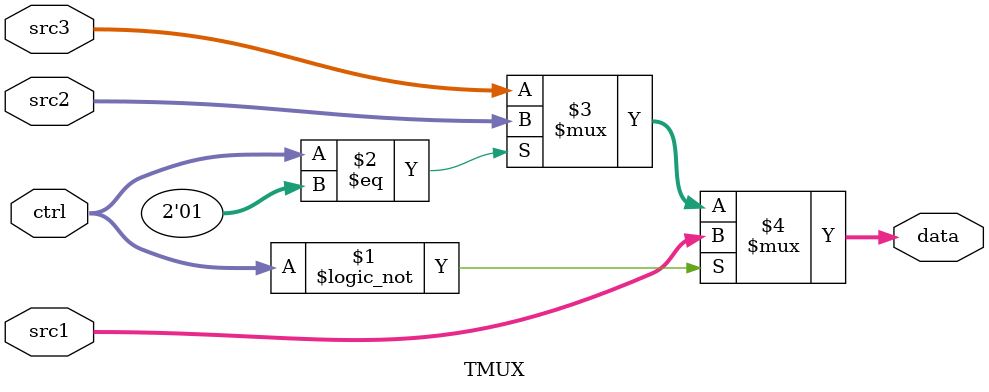
<source format=v>
module TMUX(
    // Outputs
    output [31:0] data,
    // Inputs
    input [31:0] src1,
    input [31:0] src2,
    input [31:0] src3,
    input [1:0] ctrl
);

    assign data = (ctrl == 2'b00) ? src1 : (ctrl == 2'b01) ? src2 : src3;

endmodule

</source>
